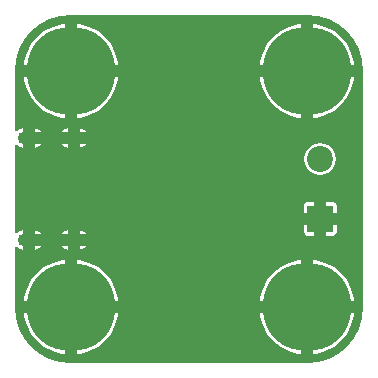
<source format=gbl>
G04 Layer: BottomLayer*
G04 EasyEDA Pro v2.1.51, 2024-03-10 10:17:56*
G04 Gerber Generator version 0.3*
G04 Scale: 100 percent, Rotated: No, Reflected: No*
G04 Dimensions in millimeters*
G04 Leading zeros omitted, absolute positions, 3 integers and 5 decimals*
%FSLAX35Y35*%
%MOMM*%
%ADD10C,1.0*%
%ADD11O,1.9X1.1*%
%ADD12R,2.2X2.2*%
%ADD13C,2.2*%
%ADD14C,7.5*%
%ADD15C,0.61*%
G75*

G54D10*

G04 Copper Start*
G01X143747Y1068010D02*
G01X143747Y1153517D01*
G01X143747Y1068010D02*
G01X143747Y982502D01*
G01X143747Y1068010D02*
G01X269255Y1068010D01*
G01X143747Y1931991D02*
G01X143747Y2017498D01*
G01X143747Y1931991D02*
G01X143747Y1846483D01*
G01X143747Y1931991D02*
G01X269255Y1931991D01*
G01X500000Y500000D02*
G01X94492Y500000D01*
G01X500000Y500000D02*
G01X905508Y500000D01*
G01X500000Y500000D02*
G01X500000Y905508D01*
G01X500000Y500000D02*
G01X500000Y94492D01*
G01X500000Y2500000D02*
G01X94492Y2500000D01*
G01X500000Y2500000D02*
G01X905508Y2500000D01*
G01X500000Y2500000D02*
G01X500000Y2905508D01*
G01X500000Y2500000D02*
G01X500000Y2094492D01*
G01X523756Y1068010D02*
G01X523756Y1153517D01*
G01X523756Y1068010D02*
G01X523756Y982502D01*
G01X523756Y1068010D02*
G01X649264Y1068010D01*
G01X523756Y1068010D02*
G01X398249Y1068010D01*
G01X523756Y1931991D02*
G01X523756Y2017498D01*
G01X523756Y1931991D02*
G01X523756Y1846483D01*
G01X523756Y1931991D02*
G01X649264Y1931991D01*
G01X523756Y1931991D02*
G01X398249Y1931991D01*
G01X2500000Y2500000D02*
G01X2094492Y2500000D01*
G01X2500000Y2500000D02*
G01X2905508Y2500000D01*
G01X2500000Y2500000D02*
G01X2500000Y2905508D01*
G01X2500000Y2500000D02*
G01X2500000Y2094492D01*
G01X2500000Y500000D02*
G01X2094492Y500000D01*
G01X2500000Y500000D02*
G01X2905508Y500000D01*
G01X2500000Y500000D02*
G01X2500000Y905508D01*
G01X2500000Y500000D02*
G01X2500000Y94492D01*
G01X2610000Y1246000D02*
G01X2610000Y1105492D01*
G01X2610000Y1246000D02*
G01X2610000Y1386508D01*
G01X2610000Y1246000D02*
G01X2469492Y1246000D01*
G01X2610000Y1246000D02*
G01X2750508Y1246000D01*
G04 Copper End*

G04 PolygonModel Start*
G36*
G01X500024Y2974340D02*
G01X407467Y2965247D01*
G01X318465Y2938221D01*
G01X236474Y2894381D01*
G01X164592Y2835402D01*
G01X105613Y2763520D01*
G01X61773Y2681529D01*
G01X34747Y2592527D01*
G01X25654Y2500020D01*
G01X94742D01*
G01X102514Y2579065D01*
G01X125578Y2655062D01*
G01X163068Y2725166D01*
G01X213462Y2786583D01*
G01X274828Y2836977D01*
G01X344932Y2874416D01*
G01X420929Y2897480D01*
G01X500024Y2905252D01*
G01X579069Y2897480D01*
G01X655066Y2874416D01*
G01X725170Y2836977D01*
G01X786536Y2786583D01*
G01X836981Y2725166D01*
G01X874420Y2655062D01*
G01X897484Y2579065D01*
G01X905256Y2500020D01*
G01X2094738D01*
G01X2102510Y2579065D01*
G01X2125574Y2655062D01*
G01X2163064Y2725166D01*
G01X2213458Y2786583D01*
G01X2274875Y2836977D01*
G01X2344928Y2874416D01*
G01X2420925Y2897480D01*
G01X2500020Y2905252D01*
G01X2579065Y2897480D01*
G01X2655062Y2874416D01*
G01X2725166Y2836977D01*
G01X2786583Y2786583D01*
G01X2836977Y2725166D01*
G01X2874416Y2655062D01*
G01X2897480Y2579065D01*
G01X2905252Y2500020D01*
G01X2897480Y2420925D01*
G01X2874416Y2344928D01*
G01X2836977Y2274875D01*
G01X2786583Y2213458D01*
G01X2725166Y2163064D01*
G01X2655062Y2125574D01*
G01X2579065Y2102510D01*
G01X2500020Y2094738D01*
G01X2420925Y2102510D01*
G01X2344928Y2125574D01*
G01X2274875Y2163064D01*
G01X2213458Y2213458D01*
G01X2163064Y2274875D01*
G01X2125574Y2344928D01*
G01X2102510Y2420925D01*
G01X2094738Y2500020D01*
G01X905256D01*
G01X897484Y2420925D01*
G01X874420Y2344928D01*
G01X836981Y2274875D01*
G01X786536Y2213458D01*
G01X725170Y2163064D01*
G01X655066Y2125574D01*
G01X579069Y2102510D01*
G01X500024Y2094738D01*
G01X420929Y2102510D01*
G01X344932Y2125574D01*
G01X274828Y2163064D01*
G01X213462Y2213458D01*
G01X163068Y2274875D01*
G01X125578Y2344928D01*
G01X102514Y2420925D01*
G01X94742Y2500020D01*
G01X25654D01*
G01Y1998980D01*
G01X28651Y1991817D01*
G01X35814Y1988820D01*
G01X39726Y1989633D01*
G01X43028Y1991868D01*
G01X70866Y2010664D01*
G01X103734Y2017268D01*
G01X183744D01*
G01X216357Y2010766D01*
G01X244043Y1992274D01*
G01X262534Y1964639D01*
G01X268986Y1931975D01*
G01X398526D01*
G01X404978Y1964639D01*
G01X423469Y1992274D01*
G01X451155Y2010766D01*
G01X483768Y2017268D01*
G01X563778D01*
G01X596392Y2010766D01*
G01X624027Y1992274D01*
G01X642518Y1964639D01*
G01X649021Y1931975D01*
G01X642518Y1899361D01*
G01X624027Y1871726D01*
G01X596392Y1853235D01*
G01X563778Y1846732D01*
G01X483768D01*
G01X451155Y1853235D01*
G01X423469Y1871726D01*
G01X404978Y1899361D01*
G01X398526Y1931975D01*
G01X268986D01*
G01X262534Y1899361D01*
G01X244043Y1871726D01*
G01X216357Y1853235D01*
G01X183744Y1846732D01*
G01X103734D01*
G01X70866Y1853336D01*
G01X43028Y1872132D01*
G01X39726Y1874368D01*
G01X35814Y1875130D01*
G01X28651Y1872183D01*
G01X25654Y1864970D01*
G01Y1754022D01*
G01X2474366D01*
G01X2480970Y1795932D01*
G01X2500274Y1833728D01*
G01X2530246Y1863750D01*
G01X2568092Y1883004D01*
G01X2610002Y1889658D01*
G01X2651912Y1883004D01*
G01X2689758Y1863750D01*
G01X2719730Y1833728D01*
G01X2739034Y1795932D01*
G01X2745638Y1754022D01*
G01X2739034Y1712062D01*
G01X2719730Y1674266D01*
G01X2689758Y1644244D01*
G01X2651912Y1624990D01*
G01X2610002Y1618336D01*
G01X2568092Y1624990D01*
G01X2530246Y1644244D01*
G01X2500274Y1674266D01*
G01X2480970Y1712062D01*
G01X2474366Y1754022D01*
G01X25654D01*
G01Y1135024D01*
G01X28651Y1127811D01*
G01X35814Y1124864D01*
G01X39726Y1125626D01*
G01X43028Y1127862D01*
G01X70866Y1146658D01*
G01X103734Y1153262D01*
G01X183744D01*
G01X216357Y1146759D01*
G01X244043Y1128268D01*
G01X262534Y1100633D01*
G01X268986Y1068019D01*
G01X398526D01*
G01X404978Y1100633D01*
G01X423469Y1128268D01*
G01X451155Y1146759D01*
G01X483768Y1153262D01*
G01X563778D01*
G01X596392Y1146759D01*
G01X612496Y1135990D01*
G01X2469744D01*
G01Y1356004D01*
G01X2478583Y1377391D01*
G01X2500020Y1386230D01*
G01X2719984D01*
G01X2741371Y1377391D01*
G01X2750261Y1356004D01*
G01Y1135990D01*
G01X2741371Y1114603D01*
G01X2719984Y1105764D01*
G01X2500020D01*
G01X2478583Y1114603D01*
G01X2469744Y1135990D01*
G01X612496D01*
G01X624027Y1128268D01*
G01X642518Y1100633D01*
G01X649021Y1068019D01*
G01X642518Y1035406D01*
G01X624027Y1007720D01*
G01X596392Y989228D01*
G01X563778Y982777D01*
G01X483768D01*
G01X451155Y989228D01*
G01X423469Y1007720D01*
G01X404978Y1035406D01*
G01X398526Y1068019D01*
G01X268986D01*
G01X262534Y1035406D01*
G01X244043Y1007720D01*
G01X216357Y989228D01*
G01X183744Y982777D01*
G01X103734D01*
G01X70866Y989381D01*
G01X43028Y1008126D01*
G01X39726Y1010361D01*
G01X35814Y1011174D01*
G01X28651Y1008177D01*
G01X25654Y1001014D01*
G01Y500024D01*
G01X94742D01*
G01X102514Y579069D01*
G01X125578Y655066D01*
G01X163068Y725170D01*
G01X213462Y786536D01*
G01X274828Y836981D01*
G01X344932Y874420D01*
G01X420929Y897484D01*
G01X500024Y905256D01*
G01X579069Y897484D01*
G01X655066Y874420D01*
G01X725170Y836981D01*
G01X786536Y786536D01*
G01X836981Y725170D01*
G01X874420Y655066D01*
G01X897484Y579069D01*
G01X905256Y500024D01*
G01X2094738D01*
G01X2102510Y579069D01*
G01X2125574Y655066D01*
G01X2163064Y725170D01*
G01X2213458Y786536D01*
G01X2274875Y836981D01*
G01X2344928Y874420D01*
G01X2420925Y897484D01*
G01X2500020Y905256D01*
G01X2579065Y897484D01*
G01X2655062Y874420D01*
G01X2725166Y836981D01*
G01X2786583Y786536D01*
G01X2836977Y725170D01*
G01X2874416Y655066D01*
G01X2897480Y579069D01*
G01X2905252Y500024D01*
G01X2897480Y420929D01*
G01X2874416Y344932D01*
G01X2836977Y274828D01*
G01X2786583Y213462D01*
G01X2725166Y163068D01*
G01X2655062Y125578D01*
G01X2579065Y102514D01*
G01X2500020Y94742D01*
G01X2420925Y102514D01*
G01X2344928Y125578D01*
G01X2274875Y163068D01*
G01X2213458Y213462D01*
G01X2163064Y274828D01*
G01X2125574Y344932D01*
G01X2102510Y420929D01*
G01X2094738Y500024D01*
G01X905256D01*
G01X897484Y420929D01*
G01X874420Y344932D01*
G01X836981Y274828D01*
G01X786536Y213462D01*
G01X725170Y163068D01*
G01X655066Y125578D01*
G01X579069Y102514D01*
G01X500024Y94742D01*
G01X420929Y102514D01*
G01X344932Y125578D01*
G01X274828Y163068D01*
G01X213462Y213462D01*
G01X163068Y274828D01*
G01X125578Y344932D01*
G01X102514Y420929D01*
G01X94742Y500024D01*
G01X25654D01*
G01X34747Y407467D01*
G01X61773Y318465D01*
G01X105613Y236474D01*
G01X164592Y164592D01*
G01X236474Y105613D01*
G01X318465Y61773D01*
G01X407467Y34747D01*
G01X500024Y25654D01*
G01X2500020D01*
G01X2592527Y34747D01*
G01X2681529Y61773D01*
G01X2763520Y105613D01*
G01X2835402Y164592D01*
G01X2894381Y236474D01*
G01X2938221Y318465D01*
G01X2965247Y407467D01*
G01X2974340Y500024D01*
G01Y2500020D01*
G01X2965247Y2592527D01*
G01X2938221Y2681529D01*
G01X2894381Y2763520D01*
G01X2835402Y2835402D01*
G01X2763520Y2894381D01*
G01X2681529Y2938221D01*
G01X2592527Y2965247D01*
G01X2500020Y2974340D01*
G37*
G04 PolygonModel End*

G04 Pad Start*
G54D11*
G01X143747Y1068010D03*
G01X143747Y1931991D03*
G01X523756Y1068010D03*
G01X523756Y1931991D03*
G54D12*
G01X2610000Y1246000D03*
G54D13*
G01X2610000Y1754000D03*
G54D14*
G01X500000Y500000D03*
G01X2500000Y500000D03*
G01X2500000Y2500000D03*
G01X500000Y2500000D03*
G04 Pad End*

G04 Via Start*
G54D15*
G01X1300000Y1850000D03*
G01X1323502Y1650000D03*
G01X1323502Y1450000D03*
G01X1319861Y1250000D03*
G01X1500000Y1850000D03*
G01X2000000Y1400000D03*
G01X350000Y1769989D03*
G01X430000Y1769989D03*
G01X350000Y1230011D03*
G01X430000Y1230011D03*
G04 Via End*

M02*

</source>
